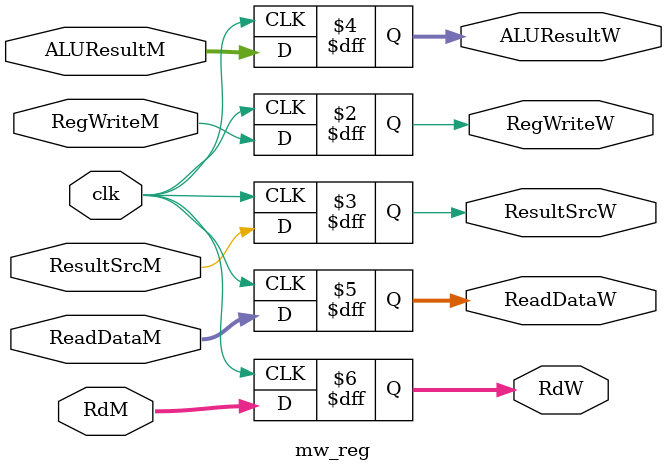
<source format=v>
`timescale 1ns / 1ps
module mw_reg(
RegWriteM,ResultSrcM, ALUResultM, ReadDataM, RdM,
RegWriteW, ResultSrcW, ALUResultW, ReadDataW, RdW,
clk
    );
    
input clk;

input           RegWriteM;
input           ResultSrcM;
input [31:0]    ALUResultM;
input [31:0]    ReadDataM;
input [4:0]     RdM;

output reg           RegWriteW;
output reg           ResultSrcW;
output reg [31:0]    ALUResultW;
output reg [31:0]    ReadDataW;
output reg [4:0]     RdW;

always @(posedge clk)
begin
    RegWriteW   <= RegWriteM; 
    ResultSrcW  <= ResultSrcM;
    ALUResultW  <= ALUResultM;
    ReadDataW   <= ReadDataM; 
    RdW         <= RdM;       
end

    
endmodule

</source>
